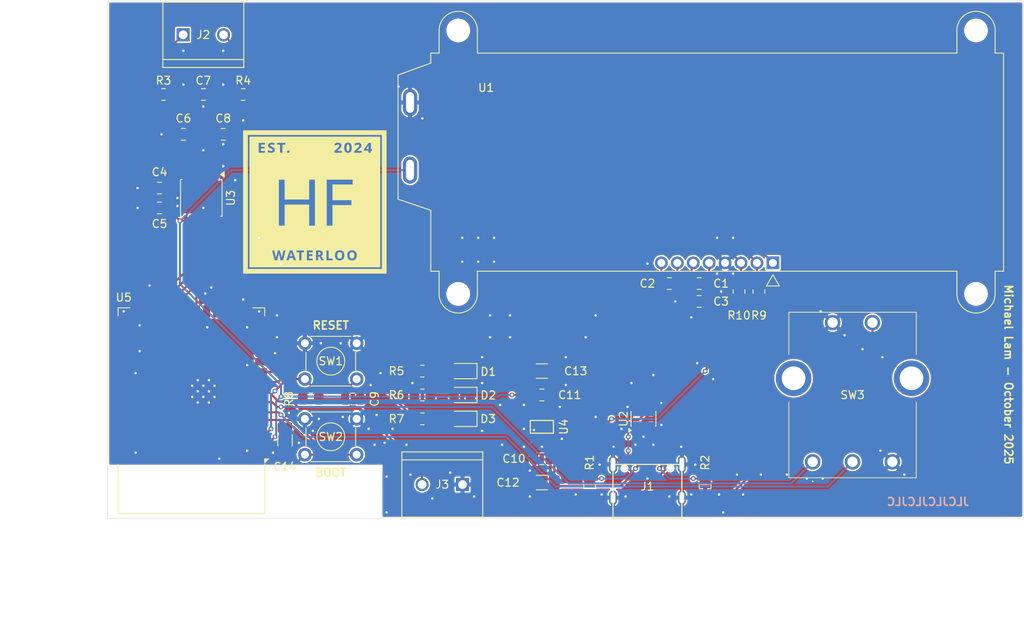
<source format=kicad_pcb>
(kicad_pcb (version 20241229) (generator "pcbnew") (generator_version "9.0")
  (title_block (title "Tube Furnace PCB") (date "2025-10-16") (rev "v3") (company "Waterloo Hacker Fab"))
  (layers (0 "F.Cu" signal) (2 "B.Cu" signal) (13 "F.Paste" user) (15 "B.Paste" user) (5 "F.SilkS" user "F.Silkscreen") (7 "B.SilkS" user "B.Silkscreen") (1 "F.Mask" user) (3 "B.Mask" user) (25 "Edge.Cuts" user))
  (net 0 "")
  (net 1 "GND")
  (net 2 "+3.3V")
  (net 3 "+5V")
  (net 4 "/SSR_PWM")
  (net 5 "Net-(D3-A)")
  (net 6 "Net-(D2-A)")
  (net 7 "Net-(D1-A)")
  (net 8 "Net-(U1-VOUT)")
  (net 9 "Net-(U1-C1+)")
  (net 10 "Net-(U1-C1-)")
  (net 11 "/SCL")
  (net 12 "/SDA")
  (net 13 "/ENC_B")
  (net 14 "/ENC_A")
  (net 15 "/ENC_SW")
  (net 16 "/MAX_SDO")
  (net 17 "/MAX_SCK")
  (net 18 "/MAX_DRDY")
  (net 19 "Net-(U3-T+)")
  (net 20 "/MAX_SDI")
  (net 21 "/MAX_CS")
  (net 22 "/MAX_FAULT")
  (net 23 "/DISPLAY_RST")
  (net 24 "/LED_1")
  (net 25 "/LED_2")
  (net 26 "/LED_3")
  (net 27 "Net-(U3-T-)")
  (net 28 "Net-(U5-EN)")
  (net 29 "Net-(J2-Pin_2)")
  (net 30 "/USB_D+")
  (net 31 "Net-(J2-Pin_1)")
  (net 32 "/USB_D-")
  (net 35 "Net-(J1-CC2)")
  (net 36 "Net-(J1-CC1)")
  (net 37 "Net-(U5-IO0)")
  (net 56 "/UP_D+")
  (net 57 "/UP_D-")
  (footprint "Capacitor_SMD:C_0805_2012Metric" (layer "F.Cu") (at 96.7 85.85)
    (property "Reference" "C8")
    (property "Value" "10nF")
  )
  (footprint "Resistor_SMD:R_0805_2012Metric_Pad1.20x1.40mm_HandSolder" (layer "F.Cu") (at 121.7 115.6)
    (property "Reference" "R5")
    (property "Value" "220")
  )
  (footprint "Capacitor_SMD:C_1206_3216Metric_Pad1.33x1.80mm_HandSolder" (layer "F.Cu") (at 136.7 129.6 180)
    (property "Reference" "C12")
    (property "Value" "10uF")
  )
  (footprint "Button_Switch_THT:SW_TH_Tactile_Omron_B3F-102x" (layer "F.Cu") (at 106.95 121.6)
    (property "Reference" "SW2")
    (property "Value" "BOOT")
  )
  (footprint "!footprints:HF_logo" (layer "F.Cu") (at 108.2 94.35)
    (property "Reference" "G***" (hide yes))
    (property "Value" "LOGO" (hide yes))
  )
  (footprint "!footprints:TE_282837-2" (layer "F.Cu") (at 94.2 73.35)
    (property "Reference" "J2")
    (property "Value" "Screw_Terminal_01x02")
  )
  (footprint "Capacitor_SMD:C_0805_2012Metric" (layer "F.Cu") (at 112.95 119.1 180)
    (property "Reference" "C9")
    (property "Value" "1uF")
  )
  (footprint "Capacitor_SMD:C_0805_2012Metric" (layer "F.Cu") (at 88.7 95.1 180)
    (property "Reference" "C5")
    (property "Value" "100nF")
  )
  (footprint "Resistor_SMD:R_0805_2012Metric_Pad1.20x1.40mm_HandSolder" (layer "F.Cu") (at 89.2 80.85)
    (property "Reference" "R3")
    (property "Value" "100")
  )
  (footprint "Capacitor_SMD:C_0805_2012Metric" (layer "F.Cu") (at 88.7 92.6)
    (property "Reference" "C4")
    (property "Value" "100nF")
  )
  (footprint "RF_Module:ESP32-S3-WROOM-1" (layer "F.Cu") (at 92.7 120.6 180)
    (property "Reference" "U5")
    (property "Value" "ESP32-S3-WROOM-1")
  )
  (footprint "!footprints:TE_282837-2" (layer "F.Cu") (at 124.2 129.85 180)
    (property "Reference" "J3")
    (property "Value" "Screw_Terminal_01x02")
  )
  (footprint "!footprints:UJ20-C-H-G-SMT-1-P16-TR" (layer "F.Cu") (at 149.95 134.1)
    (property "Reference" "J1")
    (property "Value" "~")
    (fp_circle (center -2.89 -6.28) (end -2.565 -6.28) (stroke (width 0.05)) (fill no) (layer "Edge.Cuts"))
    (fp_circle (center 2.89 -6.28) (end 3.215 -6.28) (stroke (width 0.05)) (fill no) (layer "Edge.Cuts"))
  )
  (footprint "Resistor_SMD:R_0805_2012Metric_Pad1.20x1.40mm_HandSolder" (layer "F.Cu") (at 107.7 119.1)
    (property "Reference" "R8")
    (property "Value" "5.1k")
  )
  (footprint "Capacitor_SMD:C_0805_2012Metric" (layer "F.Cu") (at 91.7 85.85)
    (property "Reference" "C6")
    (property "Value" "10nF")
  )
  (footprint "Resistor_SMD:R_0805_2012Metric_Pad1.20x1.40mm_HandSolder" (layer "F.Cu") (at 142.7 130.1 -90)
    (property "Reference" "R1")
    (property "Value" "5.1k")
  )
  (footprint "Resistor_SMD:R_0805_2012Metric_Pad1.20x1.40mm_HandSolder" (layer "F.Cu") (at 157.2 130.1 -90)
    (property "Reference" "R2")
    (property "Value" "5.1k")
  )
  (footprint "Capacitor_SMD:C_0805_2012Metric" (layer "F.Cu") (at 156.45 104.6 180)
    (property "Reference" "C1")
    (property "Value" "1uF")
  )
  (footprint "Capacitor_SMD:C_0805_2012Metric" (layer "F.Cu") (at 156.45 106.85 180)
    (property "Reference" "C3")
    (property "Value" "1uF")
  )
  (footprint "Resistor_SMD:R_0805_2012Metric_Pad1.20x1.40mm_HandSolder" (layer "F.Cu") (at 121.7 118.6)
    (property "Reference" "R6")
    (property "Value" "220" (hide yes))
  )
  (footprint "Capacitor_SMD:C_0805_2012Metric" (layer "F.Cu") (at 152.7 104.6 180)
    (property "Reference" "C2")
    (property "Value" "1uF")
  )
  (footprint "Resistor_SMD:R_0805_2012Metric_Pad1.20x1.40mm_HandSolder" (layer "F.Cu") (at 121.7 121.6)
    (property "Reference" "R7")
    (property "Value" "220" (hide yes))
  )
  (footprint "Diode_SMD:D_0805_2012Metric_Pad1.15x1.40mm_HandSolder" (layer "F.Cu") (at 126.7 115.6 180)
    (property "Reference" "D1")
    (property "Value" "LED")
  )
  (footprint "!footprints:PEC164120FS0012" (layer "F.Cu") (at 170.7 127)
    (property "Reference" "SW3")
    (property "Value" "RotaryEncoder_Switch" (hide yes))
  )
  (footprint "!footprints:SOT-23-5" (layer "F.Cu") (at 136.7 122.6 90)
    (property "Reference" "U4")
    (property "Value" "~")
  )
  (footprint "Button_Switch_THT:SW_TH_Tactile_Omron_B3F-102x" (layer "F.Cu") (at 106.95 112.1)
    (property "Reference" "SW1")
    (property "Value" "RESET")
  )
  (footprint "Resistor_SMD:R_0805_2012Metric_Pad1.20x1.40mm_HandSolder" (layer "F.Cu") (at 163.95 105.6 90)
    (property "Reference" "R9")
    (property "Value" "5.1k" (hide yes))
  )
  (footprint "Resistor_SMD:R_0805_2012Metric_Pad1.20x1.40mm_HandSolder" (layer "F.Cu") (at 161.45 105.6 90)
    (property "Reference" "R10")
    (property "Value" "5.1k" (hide yes))
  )
  (footprint "Diode_SMD:D_0805_2012Metric_Pad1.15x1.40mm_HandSolder" (layer "F.Cu") (at 126.7 121.6 180)
    (property "Reference" "D3")
    (property "Value" "LED")
  )
  (footprint "Capacitor_SMD:C_1206_3216Metric_Pad1.33x1.80mm_HandSolder" (layer "F.Cu") (at 104.45 124.2875 -90)
    (property "Reference" "C14")
    (property "Value" "10uF")
  )
  (footprint "Capacitor_SMD:C_0805_2012Metric" (layer "F.Cu") (at 136.7 126.6 180)
    (property "Reference" "C10")
    (property "Value" "1uF")
  )
  (footprint "Display:NHD-C0220BiZ" (layer "F.Cu") (at 158.7 86.1)
    (property "Reference" "U1")
    (property "Value" "NHD-C0220BIZ")
  )
  (footprint "Package_TO_SOT_SMD:SOT-23-6" (layer "F.Cu") (at 149.45 121.6 90)
    (property "Reference" "U2")
    (property "Value" "USBLC6-2SC6")
  )
  (footprint "Diode_SMD:D_0805_2012Metric_Pad1.15x1.40mm_HandSolder" (layer "F.Cu") (at 126.7 118.6 180)
    (property "Reference" "D2")
    (property "Value" "LED")
  )
  (footprint "Capacitor_SMD:C_0805_2012Metric" (layer "F.Cu") (at 136.7 118.6)
    (property "Reference" "C11")
    (property "Value" "1uF")
  )
  (footprint "Resistor_SMD:R_0805_2012Metric_Pad1.20x1.40mm_HandSolder" (layer "F.Cu") (at 99.2 80.85 180)
    (property "Reference" "R4")
    (property "Value" "100")
  )
  (footprint "Capacitor_SMD:C_1206_3216Metric_Pad1.33x1.80mm_HandSolder" (layer "F.Cu") (at 136.7 115.6)
    (property "Reference" "C13")
    (property "Value" "10uF")
  )
  (footprint "Capacitor_SMD:C_0805_2012Metric" (layer "F.Cu") (at 94.2 80.85)
    (property "Reference" "C7")
    (property "Value" "100nF")
  )
  (footprint "Package_SO:TSSOP-14_4.4x5mm_P0.65mm" (layer "F.Cu") (at 93.95 93.85 -90)
    (property "Reference" "U3")
    (property "Value" "MAX31856")
  )
  (gr_rect (start 82.2 69.1) (end 197.2 134.1) (stroke (width 0.05)) (fill no) (layer "Edge.Cuts"))
  (gr_text "Michael Lam - October 2025\n" (at 194.7 104.6 270) (layer "F.SilkS") (effects (font (size 1 1) (thickness 0.2) (bold yes)) (justify left bottom)))
  (gr_text "JLCJLCJLCJLC" (at 190.45 132.6 0) (layer "B.SilkS") (effects (font (size 1 1) (thickness 0.2) (bold yes)) (justify left bottom mirror)))
  (via (at 134.45 125.1) (size 0.6) (drill 0.3) (layers "F.Cu" "B.Cu") (net 1))
  (via (at 117.2 133.35) (size 0.6) (drill 0.3) (layers "F.Cu" "B.Cu") (net 1))
  (via (at 144.2 131.1) (size 0.6) (drill 0.3) (layers "F.Cu" "B.Cu") (net 1))
  (via (at 85.95 95.1) (size 0.6) (drill 0.3) (layers "F.Cu" "B.Cu") (net 1))
  (via (at 159.45 133.35) (size 0.6) (drill 0.3) (layers "F.Cu" "B.Cu") (net 1))
  (via (at 155.95 127.35) (size 0.6) (drill 0.3) (layers "F.Cu" "B.Cu") (net 1))
  (via (at 182.2 128.6) (size 0.6) (drill 0.3) (layers "F.Cu" "B.Cu") (net 1))
  (via (at 90.95 93.85) (size 0.6) (drill 0.3) (layers "F.Cu" "B.Cu") (net 1))
  (via (at 96.2 126.6) (size 0.6) (drill 0.3) (layers "F.Cu" "B.Cu") (net 1))
  (via (at 128.7 101.85) (size 0.6) (drill 0.3) (layers "F.Cu" "B.Cu") (net 1))
  (via (at 159.2 105.6) (size 0.6) (drill 0.3) (layers "F.Cu" "B.Cu") (net 1))
  (via (at 118.7 79.85) (size 0.6) (drill 0.3) (layers "F.Cu" "B.Cu") (net 1))
  (via (at 151.7 119.6) (size 0.6) (drill 0.3) (layers "F.Cu" "B.Cu") (net 1))
  (via (at 179.45 113.85) (size 0.6) (drill 0.3) (layers "F.Cu" "B.Cu") (net 1))
  (via (at 94.2 82.35) (size 0.6) (drill 0.3) (layers "F.Cu" "B.Cu") (net 1))
  (via (at 155.45 131.1) (size 0.6) (drill 0.3) (layers "F.Cu" "B.Cu") (net 1))
  (via (at 119.7 124.85) (size 0.6) (drill 0.3) (layers "F.Cu" "B.Cu") (net 1))
  (via (at 160.7 98.85) (size 0.6) (drill 0.3) (layers "F.Cu" "B.Cu") (net 1))
  (via (at 117.2 128.85) (size 0.6) (drill 0.3) (layers "F.Cu" "B.Cu") (net 1))
  (via (at 90.95 94.85) (size 0.6) (drill 0.3) (layers "F.Cu" "B.Cu") (net 1))
  (via (at 143.95 127.35) (size 0.6) (drill 0.3) (layers "F.Cu" "B.Cu") (net 1))
  (via (at 129.2 117.1) (size 0.6) (drill 0.3) (layers "F.Cu" "B.Cu") (net 1))
  (via (at 158.2 116.6) (size 0.6) (drill 0.3) (layers "F.Cu" "B.Cu") (net 1))
  (via (at 95.2 105.1) (size 0.6) (drill 0.3) (layers "F.Cu" "B.Cu") (net 1))
  (via (at 87.45 104.85) (size 0.6) (drill 0.3) (layers "F.Cu" "B.Cu") (net 1))
  (via (at 128.7 98.85) (size 0.6) (drill 0.3) (layers "F.Cu" "B.Cu") (net 1))
  (via (at 148.45 124.85) (size 0.6) (drill 0.3) (layers "F.Cu" "B.Cu") (net 1))
  (via (at 102.95 125.85) (size 0.6) (drill 0.3) (layers "F.Cu" "B.Cu") (net 1))
  (via (at 103.2 113.35) (size 0.6) (drill 0.3) (layers "F.Cu" "B.Cu") (net 1))
  (via (at 85.95 92.6) (size 0.6) (drill 0.3) (layers "F.Cu" "B.Cu") (net 1))
  (via (at 99.2 106.6) (size 0.6) (drill 0.3) (layers "F.Cu" "B.Cu") (net 1))
  (via (at 164.2 128.6) (size 0.6) (drill 0.3) (layers "F.Cu" "B.Cu") (net 1))
  (via (at 96.7 75.35) (size 0.6) (drill 0.3) (layers "F.Cu" "B.Cu") (net 1))
  (via (at 151.7 122.35) (size 0.6) (drill 0.3) (layers "F.Cu" "B.Cu") (net 1))
  (via (at 140.95 131.1) (size 0.6) (drill 0.3) (layers "F.Cu" "B.Cu") (net 1))
  (via (at 106.2 124.6) (size 0.6) (drill 0.3) (layers "F.Cu" "B.Cu") (net 1))
  (via (at 116.45 115.85) (size 0.6) (drill 0.3) (layers "F.Cu" "B.Cu") (net 1))
  (via (at 143.45 108.6) (size 0.6) (drill 0.3) (layers "F.Cu" "B.Cu") (net 1))
  (via (at 128.2 131.35) (size 0.6) (drill 0.3) (layers "F.Cu" "B.Cu") (net 1))
  (via (at 84.2 108.1) (size 0.6) (drill 0.3) (layers "F.Cu" "B.Cu") (net 1))
  (via (at 103.45 108.6) (size 0.6) (drill 0.3) (layers "F.Cu" "B.Cu") (net 1))
  (via (at 107.95 123.1) (size 0.6) (drill 0.3) (layers "F.Cu" "B.Cu") (net 1))
  (via (at 103.45 111.35) (size 0.6) (drill 0.3) (layers "F.Cu" "B.Cu") (net 1))
  (via (at 149.45 123.85) (size 0.6) (drill 0.3) (layers "F.Cu" "B.Cu") (net 1))
  (via (at 108.95 112.1) (size 0.6) (drill 0.3) (layers "F.Cu" "B.Cu") (net 1))
  (via (at 155.45 108.85) (size 0.6) (drill 0.3) (layers "F.Cu" "B.Cu") (net 1))
  (via (at 101.2 98.85) (size 0.6) (drill 0.3) (layers "F.Cu" "B.Cu") (net 1))
  (via (at 122.95 131.6) (size 0.6) (drill 0.3) (layers "F.Cu" "B.Cu") (net 1))
  (via (at 111.7 121.35) (size 0.6) (drill 0.3) (layers "F.Cu" "B.Cu") (net 1))
  (via (at 138.95 120.1) (size 0.6) (drill 0.3) (layers "F.Cu" "B.Cu") (net 1))
  (via (at 85.7 115.85) (size 0.6) (drill 0.3) (layers "F.Cu" "B.Cu") (net 1))
  (via (at 96.7 87.1) (size 0.6) (drill 0.3) (layers "F.Cu" "B.Cu") (net 1))
  (via (at 99.7 114.85) (size 0.6) (drill 0.3) (layers "F.Cu" "B.Cu") (net 1))
  (via (at 156.2 114.6) (size 0.6) (drill 0.3) (layers "F.Cu" "B.Cu") (net 1))
  (via (at 94.2 95.1) (size 0.6) (drill 0.3) (layers "F.Cu" "B.Cu") (net 1))
  (via (at 174.7 111.1) (size 0.6) (drill 0.3) (layers "F.Cu" "B.Cu") (net 1))
  (via (at 147.2 131.35) (size 0.6) (drill 0.3) (layers "F.Cu" "B.Cu") (net 1))
  (via (at 103.95 102.1) (size 0.6) (drill 0.3) (layers "F.Cu" "B.Cu") (net 1))
  (via (at 121.7 83.85) (size 0.6) (drill 0.3) (layers "F.Cu" "B.Cu") (net 1))
  (via (at 153.45 106.85) (size 0.6) (drill 0.3) (layers "F.Cu" "B.Cu") (net 1))
  (via (at 98.2 91.6) (size 0.6) (drill 0.3) (layers "F.Cu" "B.Cu") (net 1))
  (via (at 147.95 117.1) (size 0.6) (drill 0.3) (layers "F.Cu" "B.Cu") (net 1))
  (via (at 131.45 119.85) (size 0.6) (drill 0.3) (layers "F.Cu" "B.Cu") (net 1))
  (via (at 91.7 79.6) (size 0.6) (drill 0.3) (layers "F.Cu" "B.Cu") (net 1))
  (via (at 135.2 128.1) (size 0.6) (drill 0.3) (layers "F.Cu" "B.Cu") (net 1))
  (via (at 86.2 109.85) (size 0.6) (drill 0.3) (layers "F.Cu" "B.Cu") (net 1))
  (via (at 149.95 102.1) (size 0.6) (drill 0.3) (layers "F.Cu" "B.Cu") (net 1))
  (via (at 130.7 101.85) (size 0.6) (drill 0.3) (layers "F.Cu" "B.Cu") (net 1))
  (via (at 136.7 125.1) (size 0.6) (drill 0.3) (layers "F.Cu" "B.Cu") (net 1))
  (via (at 120.45 117.1) (size 0.6) (drill 0.3) (layers "F.Cu" "B.Cu") (net 1))
  (via (at 85.7 125.85) (size 0.6) (drill 0.3) (layers "F.Cu" "B.Cu") (net 1))
  (via (at 171.7 108.1) (size 0.6) (drill 0.3) (layers "F.Cu" "B.Cu") (net 1))
  (via (at 99.7 110.1) (size 0.6) (drill 0.3) (layers "F.Cu" "B.Cu") (net 1))
  (via (at 158.7 98.85) (size 0.6) (drill 0.3) (layers "F.Cu" "B.Cu") (net 1))
  (via (at 116.95 124.6) (size 0.6) (drill 0.3) (layers "F.Cu" "B.Cu") (net 1))
  (via (at 108.7 121.6) (size 0.6) (drill 0.3) (layers "F.Cu" "B.Cu") (net 1))
  (via (at 115.2 117.35) (size 0.6) (drill 0.3) (layers "F.Cu" "B.Cu") (net 1))
  (via (at 160.7 103.35) (size 0.6) (drill 0.3) (layers "F.Cu" "B.Cu") (net 1))
  (via (at 171.95 129.1) (size 0.6) (drill 0.3) (layers "F.Cu" "B.Cu") (net 1))
  (via (at 150.7 124.85) (size 0.6) (drill 0.3) (layers "F.Cu" "B.Cu") (net 1))
  (via (at 137.45 128.1) (size 0.6) (drill 0.3) (layers "F.Cu" "B.Cu") (net 1))
  (via (at 158.95 131.1) (size 0.6) (drill 0.3) (layers "F.Cu" "B.Cu") (net 1))
  (via (at 115.95 121.1) (size 0.6) (drill 0.3) (layers "F.Cu" "B.Cu") (net 1))
  (via (at 117.95 122.85) (size 0.6) (drill 0.3) (layers "F.Cu" "B.Cu") (net 1))
  (via (at 145.7 125.1) (size 0.6) (drill 0.3) (layers "F.Cu" "B.Cu") (net 1))
  (via (at 139.7 113.85) (size 0.6) (drill 0.3) (layers "F.Cu" "B.Cu") (net 1))
  (via (at 126.7 98.85) (size 0.6) (drill 0.3) (layers "F.Cu" "B.Cu") (net 1))
  (via (at 130.2 111.35) (size 0.6) (drill 0.3) (layers "F.Cu" "B.Cu") (net 1))
  (via (at 114.95 122.85) (size 0.6) (drill 0.3) (layers "F.Cu" "B.Cu") (net 1))
  (via (at 130.2 108.6) (size 0.6) (drill 0.3) (layers "F.Cu" "B.Cu") (net 1))
  (via (at 167.45 128.6) (size 0.6) (drill 0.3) (layers "F.Cu" "B.Cu") (net 1))
  (via (at 94.45 105.85) (size 0.6) (drill 0.3) (layers "F.Cu" "B.Cu") (net 1))
  (via (at 158.7 103.35) (size 0.6) (drill 0.3) (layers "F.Cu" "B.Cu") (net 1))
  (via (at 169.95 129.1) (size 0.6) (drill 0.3) (layers "F.Cu" "B.Cu") (net 1))
  (via (at 179.2 125.6) (size 0.6) (drill 0.3) (layers "F.Cu" "B.Cu") (net 1))
  (via (at 135.2 131.35) (size 0.6) (drill 0.3) (layers "F.Cu" "B.Cu") (net 1))
  (via (at 132.7 108.6) (size 0.6) (drill 0.3) (layers "F.Cu" "B.Cu") (net 1))
  (via (at 86.2 113.1) (size 0.6) (drill 0.3) (layers "F.Cu" "B.Cu") (net 1))
  (via (at 120.2 128.6) (size 0.6) (drill 0.3) (layers "F.Cu" "B.Cu") (net 1))
  (via (at 115.7 124.85) (size 0.6) (drill 0.3) (layers "F.Cu" "B.Cu") (net 1))
  (via (at 176.95 112.85) (size 0.6) (drill 0.3) (layers "F.Cu" "B.Cu") (net 1))
  (via (at 146.7 122.85) (size 0.6) (drill 0.3) (layers "F.Cu" "B.Cu") (net 1))
  (via (at 134.45 119.85) (size 0.6) (drill 0.3) (layers "F.Cu" "B.Cu") (net 1))
  (via (at 147.45 120.1) (size 0.6) (drill 0.3) (layers "F.Cu" "B.Cu") (net 1))
  (via (at 149.95 129.1) (size 0.6) (drill 0.3) (layers "F.Cu" "B.Cu") (net 1))
  (via (at 139.2 124.1) (size 0.6) (drill 0.3) (layers "F.Cu" "B.Cu") (net 1))
  (via (at 130.7 98.85) (size 0.6) (drill 0.3) (layers "F.Cu" "B.Cu") (net 1))
  (via (at 161.95 131.1) (size 0.6) (drill 0.3) (layers "F.Cu" "B.Cu") (net 1))
  (via (at 143.45 121.35) (size 0.6) (drill 0.3) (layers "F.Cu" "B.Cu") (net 1))
  (via (at 125.2 128.35) (size 0.6) (drill 0.3) (layers "F.Cu" "B.Cu") (net 1))
  (via (at 150.7 116.1) (size 0.6) (drill 0.3) (layers "F.Cu" "B.Cu") (net 1))
  (via (at 94.2 87.85) (size 0.6) (drill 0.3) (layers "F.Cu" "B.Cu") (net 1))
  (via (at 161.2 128.6) (size 0.6) (drill 0.3) (layers "F.Cu" "B.Cu") (net 1))
  (via (at 96.7 89.85) (size 0.6) (drill 0.3) (layers "F.Cu" "B.Cu") (net 1))
  (via (at 129.2 123.1) (size 0.6) (drill 0.3) (layers "F.Cu" "B.Cu") (net 1))
  (via (at 94.7 110.1) (size 0.6) (drill 0.3) (layers "F.Cu" "B.Cu") (net 1))
  (via (at 152.7 131.35) (size 0.6) (drill 0.3) (layers "F.Cu" "B.Cu") (net 1))
  (via (at 99.7 125.6) (size 0.6) (drill 0.3) (layers "F.Cu" "B.Cu") (net 1))
  (via (at 101.2 108.1) (size 0.6) (drill 0.3) (layers "F.Cu" "B.Cu") (net 1))
  (via (at 134.45 122.85) (size 0.6) (drill 0.3) (layers "F.Cu" "B.Cu") (net 1))
  (via (at 91.7 75.35) (size 0.6) (drill 0.3) (layers "F.Cu" "B.Cu") (net 1))
  (via (at 111.45 112.1) (size 0.6) (drill 0.3) (layers "F.Cu" "B.Cu") (net 1))
  (via (at 154.2 125.1) (size 0.6) (drill 0.3) (layers "F.Cu" "B.Cu") (net 1))
  (via (at 131.7 124.85) (size 0.6) (drill 0.3) (layers "F.Cu" "B.Cu") (net 1))
  (via (at 129.2 113.85) (size 0.6) (drill 0.3) (layers "F.Cu" "B.Cu") (net 1))
  (via (at 88.95 85.85) (size 0.6) (drill 0.3) (layers "F.Cu" "B.Cu") (net 1))
  (via (at 126.7 101.85) (size 0.6) (drill 0.3) (layers "F.Cu" "B.Cu") (net 1))
  (via (at 132.7 111.35) (size 0.6) (drill 0.3) (layers "F.Cu" "B.Cu") (net 1))
  (via (at 142.2 111.35) (size 0.6) (drill 0.3) (layers "F.Cu" "B.Cu") (net 1))
  (via (at 96.7 79.6) (size 0.6) (drill 0.3) (layers "F.Cu" "B.Cu") (net 1))
  (via (at 104.95 120.85) (size 0.6) (drill 0.3) (layers "F.Cu" "B.Cu") (net 1))
  (via (at 99.2 84.1) (size 0.6) (drill 0.3) (layers "F.Cu" "B.Cu") (net 1))
  (via (at 139.7 117.35) (size 0.6) (drill 0.3) (layers "F.Cu" "B.Cu") (net 1))
  (segment (start 135.75 121.3) (end 136.626 122.176) (width 0.25) (layer "F.Cu") (net 2))
  (segment (start 101.45 124.59) (end 102.46 124.59) (width 0.25) (layer "F.Cu") (net 2))
  (segment (start 106.396493 118.796493) (end 106.7 119.1) (width 0.25) (layer "F.Cu") (net 2))
  (segment (start 104.45 123.35) (end 103.95 123.85) (width 0.25) (layer "F.Cu") (net 2))
  (segment (start 144.874 122.176) (end 145.45 121.6) (width 0.25) (layer "F.Cu") (net 2))
  (segment (start 93.3 91.75) (end 92.45 92.6) (width 0.25) (layer "F.Cu") (net 2))
  (segment (start 103.95 118.796493) (end 106.396493 118.796493) (width 0.25) (layer "F.Cu") (net 2))
  (segment (start 157.4 115.4) (end 157.2 115.6) (width 0.25) (layer "F.Cu") (net 2))
  (segment (start 89.65 95.1) (end 91.2625 96.7125) (width 0.25) (layer "F.Cu") (net 2))
  (segment (start 135.1375 117.9875) (end 135.75 118.6) (width 0.25) (layer "F.Cu") (net 2))
  (segment (start 163.95 106.6) (end 161.45 106.6) (width 0.25) (layer "F.Cu") (net 2))
  (segment (start 157.7 102) (end 157.7 104.3) (width 0.25) (layer "F.Cu") (net 2))
  (segment (start 93.3 90.9875) (end 93.3 91.75) (width 0.25) (layer "F.Cu") (net 2))
  (segment (start 89.65 95.1) (end 89.65 92.6) (width 0.25) (layer "F.Cu") (net 2))
  (segment (start 103.95 123.85) (end 103.2 123.85) (width 0.25) (layer "F.Cu") (net 2))
  (segment (start 132.95 118.6) (end 135.75 118.6) (width 0.25) (layer "F.Cu") (net 2))
  (segment (start 104.45 122.725) (end 104.45 123.35) (width 0.25) (layer "F.Cu") (net 2))
  (segment (start 157.4 106.85) (end 157.4 104.6) (width 0.25) (layer "F.Cu") (net 2))
  (segment (start 136.626 122.176) (end 144.874 122.176) (width 0.25) (layer "F.Cu") (net 2))
  (segment (start 135.75 121.3) (end 135.75 118.6) (width 0.25) (layer "F.Cu") (net 2))
  (segment (start 91.2625 96.7125) (end 92 96.7125) (width 0.25) (layer "F.Cu") (net 2))
  (segment (start 157.4 106.85) (end 161.2 106.85) (width 0.25) (layer "F.Cu") (net 2))
  (segment (start 102.46 124.59) (end 103.2 123.85) (width 0.25) (layer "F.Cu") (net 2))
  (segment (start 161.2 106.85) (end 161.45 106.6) (width 0.25) (layer "F.Cu") (net 2))
  (segment (start 135.1375 115.6) (end 135.1375 117.9875) (width 0.25) (layer "F.Cu") (net 2))
  (segment (start 157.7 104.3) (end 157.4 104.6) (width 0.25) (layer "F.Cu") (net 2))
  (segment (start 157.4 106.85) (end 157.4 115.4) (width 0.25) (layer "F.Cu") (net 2))
  (segment (start 92.45 92.6) (end 89.65 92.6) (width 0.25) (layer "F.Cu") (net 2))
  (via (at 103.95 118.796493) (size 0.6) (drill 0.3) (layers "F.Cu" "B.Cu") (net 2))
  (via (at 145.45 121.6) (size 0.6) (drill 0.3) (layers "F.Cu" "B.Cu") (net 2))
  (via (at 157.2 115.6) (size 0.6) (drill 0.3) (layers "F.Cu" "B.Cu") (net 2))
  (via (at 132.95 118.6) (size 0.6) (drill 0.3) (layers "F.Cu" "B.Cu") (net 2))
  (via (at 91.2625 96.7125) (size 0.6) (drill 0.3) (layers "F.Cu" "B.Cu") (net 2))
  (via (at 103.2 123.85) (size 0.6) (drill 0.3) (layers "F.Cu" "B.Cu") (net 2))
  (segment (start 91.3375 96.7125) (end 97.7 90.35) (width 0.25) (layer "B.Cu") (net 2))
  (segment (start 145.45 121.6) (end 151.2 121.6) (width 0.25) (layer "B.Cu") (net 2))
  (segment (start 91.2625 104.6625) (end 91.2625 96.7125) (width 0.25) (layer "B.Cu") (net 2))
  (segment (start 103.2 123.85) (end 103.344 123.706) (width 0.25) (layer "B.Cu") (net 2))
  (segment (start 97.7 90.35) (end 120.15 90.35) (width 0.25) (layer "B.Cu") (net 2))
  (segment (start 103.344 119.402493) (end 103.95 118.796493) (width 0.25) (layer "B.Cu") (net 2))
  (segment (start 103.95 118.796493) (end 131.253507 118.796493) (width 0.25) (layer "B.Cu") (net 2))
  (segment (start 131.45 118.6) (end 132.95 118.6) (width 0.25) (layer "B.Cu") (net 2))
  (segment (start 103.95 118.796493) (end 103.95 117.35) (width 0.25) (layer "B.Cu") (net 2))
  (segment (start 103.95 117.35) (end 91.2625 104.6625) (width 0.25) (layer "B.Cu") (net 2))
  (segment (start 131.253507 118.796493) (end 131.45 118.6) (width 0.25) (layer "B.Cu") (net 2))
  (segment (start 103.344 123.706) (end 103.344 119.402493) (width 0.25) (layer "B.Cu") (net 2))
  (segment (start 91.2625 96.7125) (end 91.3375 96.7125) (width 0.25) (layer "B.Cu") (net 2))
  (segment (start 151.2 121.6) (end 157.2 115.6) (width 0.25) (layer "B.Cu") (net 2))
  (segment (start 148.148678 121.749) (end 147.55 122.347678) (width 0.25) (layer "F.Cu") (net 3))
  (segment (start 148.825999 121.749) (end 148.148678 121.749) (width 0.25) (layer "F.Cu") (net 3))
  (segment (start 151.723014 128.456) (end 152.189 127.990014) (width 0.25) (layer "F.Cu") (net 3))
  (segment (start 147.55 122.347678) (end 147.55 123.85) (width 0.25) (layer "F.Cu") (net 3))
  (segment (start 135.75 123.498) (end 135.75 123.9) (width 0.25) (layer "F.Cu") (net 3))
  (segment (start 138.2625 127.2125) (end 137.65 126.6) (width 0.25) (layer "F.Cu") (net 3))
  (segment (start 137.65 126.6) (end 137.65 123.9) (width 0.25) (layer "F.Cu") (net 3))
  (segment (start 147.55 125.6) (end 147.55 126.75) (width 0.25) (layer "F.Cu") (net 3))
  (segment (start 138.2625 129.6) (end 138.2625 127.2125) (width 0.25) (layer "F.Cu") (net 3))
  (segment (start 152.189 126.911) (end 152.35 126.75) (width 0.25) (layer "F.Cu") (net 3))
  (segment (start 148.198986 128.456) (end 151.723014 128.456) (width 0.25) (layer "F.Cu") (net 3))
  (segment (start 138.2625 129.6) (end 138.6885 130.026) (width 0.25) (layer "F.Cu") (net 3))
  (segment (start 146.628986 130.026) (end 148.198986 128.456) (width 0.25) (layer "F.Cu") (net 3))
  (segment (start 149.45 121.124999) (end 148.825999 121.749) (width 0.25) (layer "F.Cu") (net 3))
  (segment (start 138.6885 130.026) (end 146.628986 130.026) (width 0.25) (layer "F.Cu") (net 3))
  (segment (start 147.711 126.911) (end 147.711 127.968014) (width 0.25) (layer "F.Cu") (net 3))
  (segment (start 137.084806 123.024) (end 136.224 123.024) (width 0.25) (layer "F.Cu") (net 3))
  (segment (start 137.65 123.9) (end 137.65 123.589194) (width 0.25) (layer "F.Cu") (net 3))
  (segment (start 137.65 123.589194) (end 137.084806 123.024) (width 0.25) (layer "F.Cu") (net 3))
  (segment (start 152.189 127.990014) (end 152.189 126.911) (width 0.25) (layer "F.Cu") (net 3))
  (segment (start 147.711 127.968014) (end 148.198986 128.456) (width 0.25) (layer "F.Cu") (net 3))
  (segment (start 147.55 126.75) (end 147.711 126.911) (width 0.25) (layer "F.Cu") (net 3))
  (segment (start 149.45 120.4625) (end 149.45 121.124999) (width 0.25) (layer "F.Cu") (net 3))
  (segment (start 136.224 123.024) (end 135.75 123.498) (width 0.25) (layer "F.Cu") (net 3))
  (via (at 147.55 123.85) (size 0.6) (drill 0.3) (layers "F.Cu" "B.Cu") (net 3))
  (via (at 147.55 125.6) (size 0.6) (drill 0.3) (layers "F.Cu" "B.Cu") (net 3))
  (segment (start 147.55 123.85) (end 147.55 125.6) (width 0.25) (layer "B.Cu") (net 3))
  (segment (start 113.95 120.35) (end 121.66 128.06) (width 0.25) (layer "F.Cu") (net 4))
  (segment (start 101.45 118.24) (end 102.45 118.24) (width 0.25) (layer "F.Cu") (net 4))
  (segment (start 121.66 128.06) (end 121.66 129.85) (width 0.25) (layer "F.Cu") (net 4))
  (segment (start 102.45 118.24) (end 103.612493 119.402493) (width 0.25) (layer "F.Cu") (net 4))
  (segment (start 103.612493 119.402493) (end 105.380979 119.402493) (width 0.25) (layer "F.Cu") (net 4))
  (segment (start 105.380979 119.402493) (end 106.328486 120.35) (width 0.25) (layer "F.Cu") (net 4))
  (segment (start 106.328486 120.35) (end 113.95 120.35) (width 0.25) (layer "F.Cu") (net 4))
  (segment (start 122.7 121.6) (end 125.675 121.6) (width 0.25) (layer "F.Cu") (net 5))
  (segment (start 122.7 118.6) (end 125.675 118.6) (width 0.25) (layer "F.Cu") (net 6))
  (segment (start 122.7 115.6) (end 125.675 115.6) (width 0.25) (layer "F.Cu") (net 7))
  (segment (start 155.5 102.2) (end 155.7 102) (width 0.25) (layer "F.Cu") (net 8))
  (segment (start 155.5 104.6) (end 155.5 102.2) (width 0.25) (layer "F.Cu") (net 8))
  (segment (start 155.6 102.1) (end 155.5 102) (width 0.2) (layer "F.Cu") (net 8))
  (segment (start 153.7 104.55) (end 153.65 104.6) (width 0.25) (layer "F.Cu") (net 9))
  (segment (start 153.7 102) (end 153.7 104.55) (width 0.25) (layer "F.Cu") (net 9))
  (segment (start 151.7 102) (end 151.7 104.55) (width 0.25) (layer "F.Cu") (net 10))
  (segment (start 151.6 102.1) (end 151.5 102) (width 0.2) (layer "F.Cu") (net 10))
  (segment (start 151.7 104.55) (end 151.75 104.6) (width 0.25) (layer "F.Cu") (net 10))
  (segment (start 102.625 100.35) (end 162.05 100.35) (width 0.25) (layer "F.Cu") (net 11))
  (segment (start 162.05 100.35) (end 163.7 102) (width 0.25) (layer "F.Cu") (net 11))
  (segment (start 163.7 102) (end 163.7 104.35) (width 0.25) (layer "F.Cu") (net 11))
  (segment (start 163.7 104.35) (end 163.95 104.6) (width 0.25) (layer "F.Cu") (net 11))
  (segment (start 95.875 108.1) (end 95.875 107.1) (width 0.25) (layer "F.Cu") (net 11))
  (segment (start 95.875 107.1) (end 102.625 100.35) (width 0.25) (layer "F.Cu") (net 11))
  (segment (start 103.371 100.874) (end 160.574 100.874) (width 0.25) (layer "F.Cu") (net 12))
  (segment (start 161.2 102.5) (end 161.7 102) (width 0.25) (layer "F.Cu") (net 12))
  (segment (start 160.574 100.874) (end 161.7 102) (width 0.25) (layer "F.Cu") (net 12))
  (segment (start 97.145 108.1) (end 97.145 107.1) (width 0.25) (layer "F.Cu") (net 12))
  (segment (start 161.7 104.35) (end 161.45 104.6) (width 0.25) (layer "F.Cu") (net 12))
  (segment (start 161.7 102) (end 161.7 104.35) (width 0.25) (layer "F.Cu") (net 12))
  (segment (start 97.145 107.1) (end 103.371 100.874) (width 0.25) (layer "F.Cu") (net 12))
  (segment (start 103.63 120.78) (end 103.95 121.1) (width 0.25) (layer "F.Cu") (net 13))
  (segment (start 101.45 120.78) (end 103.63 120.78) (width 0.25) (layer "F.Cu") (net 13))
  (via (at 103.95 121.1) (size 0.6) (drill 0.3) (layers "F.Cu" "B.Cu") (net 13))
  (segment (start 138.45 130.1) (end 172.6 130.1) (width 0.25) (layer "B.Cu") (net 13))
  (segment (start 132.2 123.85) (end 138.45 130.1) (width 0.25) (layer "B.Cu") (net 13))
  (segment (start 103.95 121.1) (end 106.7 123.85) (width 0.25) (layer "B.Cu") (net 13))
  (segment (start 172.6 130.1) (end 175.7 127) (width 0.25) (layer "B.Cu") (net 13))
  (segment (start 106.7 123.85) (end 132.2 123.85) (width 0.25) (layer "B.Cu") (net 13))
  (segment (start 102.86 119.51) (end 101.45 119.51) (width 0.25) (layer "F.Cu") (net 14))
  (segment (start 103.45 120.1) (end 102.86 119.51) (width 0.25) (layer "F.Cu") (net 14))
  (segment (start 103.95 120.1) (end 103.45 120.1) (width 0.25) (layer "F.Cu") (net 14))
  (via (at 103.95 120.1) (size 0.6) (drill 0.3) (layers "F.Cu" "B.Cu") (net 14))
  (segment (start 130.45 120.1) (end 140.056 129.706) (width 0.25) (layer "B.Cu") (net 14))
  (segment (start 140.056 129.706) (end 167.994 129.706) (width 0.25) (layer "B.Cu") (net 14))
  (segment (start 167.994 129.706) (end 170.7 127) (width 0.25) (layer "B.Cu") (net 14))
  (segment (start 103.95 120.1) (end 130.45 120.1) (width 0.25) (layer "B.Cu") (net 14))
  (segment (start 114.60624 124.924) (end 108.533014 124.924) (width 0.25) (layer "F.Cu") (net 15))
  (segment (start 105.345514 121.7365) (end 101.7635 121.7365) (width 0.25) (layer "F.Cu") (net 15))
  (segment (start 178.2 109.5) (end 178.2 113.35) (width 0.25) (layer "F.Cu") (net 15))
  (segment (start 178.2 113.35) (end 158.824 132.726) (width 0.25) (layer "F.Cu") (net 15))
  (segment (start 101.7635 121.7365) (end 101.45 122.05) (width 0.25) (layer "F.Cu") (net 15))
  (segment (start 158.824 132.726) (end 122.40824 132.726) (width 0.25) (layer "F.Cu") (net 15))
  (segment (start 108.533014 124.924) (end 105.345514 121.7365) (width 0.25) (layer "F.Cu") (net 15))
  (segment (start 122.40824 132.726) (end 114.60624 124.924) (width 0.25) (layer "F.Cu") (net 15))
  (segment (start 90.795 106.255) (end 90.795 108.1) (width 0.25) (layer "F.Cu") (net 16))
  (segment (start 93.95 96.7125) (end 93.95 103.1) (width 0.25) (layer "F.Cu") (net 16))
  (segment (start 93.95 103.1) (end 90.795 106.255) (width 0.25) (layer "F.Cu") (net 16))
  (segment (start 93.3 96.7125) (end 93.3 102.75) (width 0.25) (layer "F.Cu") (net 17))
  (segment (start 93.3 102.75) (end 89.525 106.525) (width 0.25) (layer "F.Cu") (net 17))
  (segment (start 89.525 106.525) (end 89.525 108.1) (width 0.25) (layer "F.Cu") (net 17))
  (segment (start 88.7 105.385) (end 86.985 107.1) (width 0.25) (layer "F.Cu") (net 18))
  (segment (start 89.715986 90.9875) (end 88.7 92.003486) (width 0.25) (layer "F.Cu") (net 18))
  (segment (start 88.7 92.003486) (end 88.7 105.385) (width 0.25) (layer "F.Cu") (net 18))
  (segment (start 86.985 107.1) (end 86.985 108.1) (width 0.25) (layer "F.Cu") (net 18))
  (segment (start 92 90.9875) (end 89.715986 90.9875) (width 0.25) (layer "F.Cu") (net 18))
  (segment (start 93.95 89.1) (end 92.65 87.8) (width 0.25) (layer "F.Cu") (net 19))
  (segment (start 93.25 80.85) (end 93.25 82.8) (width 0.25) (layer "F.Cu") (net 19))
  (segment (start 93.25 82.8) (end 92.65 83.4) (width 0.25) (layer "F.Cu") (net 19))
  (segment (start 92.65 83.4) (end 92.65 85.85) (width 0.25) (layer "F.Cu") (net 19))
  (segment (start 90.2 80.85) (end 93.25 80.85) (width 0.25) (layer "F.Cu") (net 19))
  (segment (start 92.65 87.8) (end 92.65 85.85) (width 0.25) (layer "F.Cu") (net 19))
  (segment (start 93.95 90.9875) (end 93.95 89.1) (width 0.25) (layer "F.Cu") (net 19))
  (segment (start 94.6 103.45) (end 92.065 105.985) (width 0.25) (layer "F.Cu") (net 20))
  (segment (start 94.6 96.7125) (end 94.6 103.45) (width 0.25) (layer "F.Cu") (net 20))
  (segment (start 92.065 105.985) (end 92.065 108.1) (width 0.25) (layer "F.Cu") (net 20))
  (segment (start 88.255 106.795) (end 88.255 108.1) (width 0.25) (layer "F.Cu") (net 21))
  (segment (start 92.65 96.7125) (end 92.65 102.4) (width 0.25) (layer "F.Cu") (net 21))
  (segment (start 92.65 102.4) (end 88.255 106.795) (width 0.25) (layer "F.Cu") (net 21))
  (segment (start 93.335 105.715) (end 93.335 108.1) (width 0.25) (layer "F.Cu") (net 22))
  (segment (start 95.25 103.8) (end 93.335 105.715) (width 0.25) (layer "F.Cu") (net 22))
  (segment (start 95.25 96.7125) (end 95.25 103.8) (width 0.25) (layer "F.Cu") (net 22))
  (segment (start 94.605 107.1) (end 101.855 99.85) (width 0.25) (layer "F.Cu") (net 23))
  (segment (start 163.55 99.85) (end 165.7 102) (width 0.25) (layer "F.Cu") (net 23))
  (segment (start 94.605 108.1) (end 94.605 107.1) (width 0.25) (layer "F.Cu") (net 23))
  (segment (start 101.855 99.85) (end 163.55 99.85) (width 0.25) (layer "F.Cu") (net 23))
  (segment (start 119.45 114.35) (end 120.7 115.6) (width 0.25) (layer "F.Cu") (net 24))
  (segment (start 101.45 114.43) (end 101.53 114.35) (width 0.25) (layer "F.Cu") (net 24))
  (segment (start 101.53 114.35) (end 119.45 114.35) (width 0.25) (layer "F.Cu") (net 24))
  (segment (start 116.95 114.85) (end 120.7 118.6) (width 0.25) (layer "F.Cu") (net 25))
  (segment (start 104.95 114.85) (end 116.95 114.85) (width 0.25) (layer "F.Cu") (net 25))
  (segment (start 104.1 115.7) (end 104.95 114.85) (width 0.25) (layer "F.Cu") (net 25))
  (segment (start 101.45 115.7) (end 104.1 115.7) (width 0.25) (layer "F.Cu") (net 25))
  (segment (start 101.45 116.97) (end 103.58 116.97) (width 0.25) (layer "F.Cu") (net 26))
  (segment (start 105.2 115.35) (end 114.45 115.35) (width 0.25) (layer "F.Cu") (net 26))
  (segment (start 114.45 115.35) (end 120.7 121.6) (width 0.25) (layer "F.Cu") (net 26))
  (segment (start 103.58 116.97) (end 105.2 115.35) (width 0.25) (layer "F.Cu") (net 26))
  (segment (start 95.75 83.4) (end 95.75 85.85) (width 0.25) (layer "F.Cu") (net 27))
  (segment (start 94.6 88.95) (end 94.6 90.9875) (width 0.25) (layer "F.Cu") (net 27))
  (segment (start 98.2 80.85) (end 95.15 80.85) (width 0.25) (layer "F.Cu") (net 27))
  (segment (start 95.15 80.85) (end 95.15 82.8) (width 0.25) (layer "F.Cu") (net 27))
  (segment (start 95.75 87.8) (end 94.6 88.95) (width 0.25) (layer "F.Cu") (net 27))
  (segment (start 95.75 85.85) (end 95.75 87.8) (width 0.25) (layer "F.Cu") (net 27))
  (segment (start 95.15 82.8) (end 95.75 83.4) (width 0.25) (layer "F.Cu") (net 27))
  (segment (start 113.45 116.6) (end 112 118.05) (width 0.25) (layer "F.Cu") (net 28))
  (segment (start 103.2 118.1) (end 104.7 116.6) (width 0.25) (layer "F.Cu") (net 28))
  (segment (start 102.7 122.85) (end 102.23 123.32) (width 0.25) (layer "F.Cu") (net 28))
  (segment (start 112 118.05) (end 112 119.1) (width 0.25) (layer "F.Cu") (net 28))
  (segment (start 102.23 123.32) (end 101.45 123.32) (width 0.25) (layer "F.Cu") (net 28))
  (segment (start 108.7 118.35) (end 108.7 119.1) (width 0.25) (layer "F.Cu") (net 28))
  (segment (start 104.7 116.6) (end 106.95 116.6) (width 0.25) (layer "F.Cu") (net 28))
  (segment (start 112 119.1) (end 108.7 119.1) (width 0.25) (layer "F.Cu") (net 28))
  (segment (start 106.95 116.6) (end 108.7 118.35) (width 0.25) (layer "F.Cu") (net 28))
  (via (at 102.7 122.85) (size 0.6) (drill 0.3) (layers "F.Cu" "B.Cu") (net 28))
  (via (at 103.2 118.1) (size 0.6) (drill 0.3) (layers "F.Cu" "B.Cu") (net 28))
  (segment (start 103.2 118.1) (end 102.7 118.6) (width 0.25) (layer "B.Cu") (net 28))
  (segment (start 102.7 118.6) (end 102.7 122.85) (width 0.25) (layer "B.Cu") (net 28))
  (segment (start 100.2 84.85) (end 95.25 89.8) (width 0.25) (layer "F.Cu") (net 29))
  (segment (start 96.74 73.35) (end 100.2 76.81) (width 0.25) (layer "F.Cu") (net 29))
  (segment (start 95.25 89.8) (end 95.25 90.9875) (width 0.25) (layer "F.Cu") (net 29))
  (segment (start 100.2 76.81) (end 100.2 80.85) (width 0.25) (layer "F.Cu") (net 29))
  (segment (start 100.2 80.85) (end 100.2 84.85) (width 0.25) (layer "F.Cu") (net 29))
  (segment (start 103.022501 109.7975) (end 102.575001 109.35) (width 0.25) (layer "F.Cu") (net 30))
  (segment (start 102.575001 109.35) (end 101.45 109.35) (width 0.25) (layer "F.Cu") (net 30))
  (segment (start 150.4 119.468749) (end 149.6375 118.706249) (width 0.25) (layer "F.Cu") (net 30))
  (segment (start 142.912666 109.7975) (end 103.022501 109.7975) (width 0.25) (layer "F.Cu") (net 30))
  (segment (start 150.4 120.4625) (end 150.4 119.468749) (width 0.25) (layer "F.Cu") (net 30))
  (segment (start 149.6375 116.522334) (end 142.912666 109.7975) (width 0.25) (layer "F.Cu") (net 30))
  (segment (start 149.6375 118.706249) (end 149.6375 116.522334) (width 0.25) (layer "F.Cu") (net 30))
  (segment (start 88.2 80.85) (end 88.2 76.81) (width 0.25) (layer "F.Cu") (net 31))
  (segment (start 88.2 76.81) (end 91.66 73.35) (width 0.25) (layer "F.Cu") (net 31))
  (segment (start 132.055224 110.1725) (end 132.175224 110.1725) (width 0.25) (layer "F.Cu") (net 32))
  (segment (start 142.757334 110.1725) (end 149.2625 116.677666) (width 0.25) (layer "F.Cu") (net 32))
  (segment (start 103.022501 110.1725) (end 130.975224 110.1725) (width 0.25) (layer "F.Cu") (net 32))
  (segment (start 101.45 110.62) (end 102.575001 110.62) (width 0.25) (layer "F.Cu") (net 32))
  (segment (start 149.2625 118.706249) (end 148.5 119.468749) (width 0.25) (layer "F.Cu") (net 32))
  (segment (start 132.305567 110.1725) (end 142.757334 110.1725) (width 0.25) (layer "F.Cu") (net 32))
  (segment (start 148.5 119.468749) (end 148.5 120.4625) (width 0.25) (layer "F.Cu") (net 32))
  (segment (start 132.175224 110.1725) (end 132.305567 110.1725) (width 0.25) (layer "F.Cu") (net 32))
  (segment (start 149.2625 116.677666) (end 149.2625 118.706249) (width 0.25) (layer "F.Cu") (net 32))
  (segment (start 102.575001 110.62) (end 103.022501 110.1725) (width 0.25) (layer "F.Cu") (net 32))
  (segment (start 131.455224 110.689215) (end 131.575224 110.689215) (width 0.25) (layer "F.Cu") (net 32))
  (segment (start 131.215224 110.4125) (end 131.215224 110.449215) (width 0.25) (layer "F.Cu") (net 32))
  (segment (start 131.815224 110.449215) (end 131.815224 110.4125) (width 0.25) (layer "F.Cu") (net 32))
  (arc (start 131.815224 110.4125) (mid 131.885518 110.242794) (end 132.055224 110.1725) (width 0.25) (layer "F.Cu") (net 32))
  (arc (start 130.975224 110.1725) (mid 131.14493 110.242794) (end 131.215224 110.4125) (width 0.25) (layer "F.Cu") (net 32))
  (arc (start 131.575224 110.689215) (mid 131.74493 110.618921) (end 131.815224 110.449215) (width 0.25) (layer "F.Cu") (net 32))
  (arc (start 131.215224 110.449215) (mid 131.285518 110.618921) (end 131.455224 110.689215) (width 0.25) (layer "F.Cu") (net 32))
  (segment (start 151.7 127.622) (end 151.472 127.85) (width 0.25) (layer "F.Cu") (net 35))
  (segment (start 151.7 126.75) (end 151.7 127.622) (width 0.25) (layer "F.Cu") (net 35))
  (segment (start 155.7 129.1) (end 156.95 129.1) (width 0.25) (layer "F.Cu") (net 35))
  (via (at 151.472 127.85) (size 0.6) (drill 0.3) (layers "F.Cu" "B.Cu") (net 35))
  (via (at 155.7 129.1) (size 0.6) (drill 0.3) (layers "F.Cu" "B.Cu") (net 35))
  (segment (start 151.472 127.85) (end 152.722 129.1) (width 0.25) (layer "B.Cu") (net 35))
  (segment (start 152.722 129.1) (end 155.7 129.1) (width 0.25) (layer "B.Cu") (net 35))
  (segment (start 148.7 127.6) (end 148.7 126.75) (width 0.25) (layer "F.Cu") (net 36))
  (segment (start 148.45 127.85) (end 148.7 127.6) (width 0.25) (layer "F.Cu") (net 36))
  (segment (start 144.2 129.1) (end 142.45 129.1) (width 0.25) (layer "F.Cu") (net 36))
  (via (at 144.2 129.1) (size 0.6) (drill 0.3) (layers "F.Cu" "B.Cu") (net 36))
  (via (at 148.45 127.85) (size 0.6) (drill 0.3) (layers "F.Cu" "B.Cu") (net 36))
  (segment (start 148.45 127.85) (end 147.2 129.1) (width 0.25) (layer "B.Cu") (net 36))
  (segment (start 147.2 129.1) (end 144.2 129.1) (width 0.25) (layer "B.Cu") (net 36))
  (segment (start 98.458 126.95) (end 85.2 113.692) (width 0.25) (layer "F.Cu") (net 37))
  (segment (start 85.2 110.1) (end 84.45 109.35) (width 0.25) (layer "F.Cu") (net 37))
  (segment (start 85.2 113.692) (end 85.2 110.1) (width 0.25) (layer "F.Cu") (net 37))
  (segment (start 106.95 126.1) (end 113.45 126.1) (width 0.25) (layer "F.Cu") (net 37))
  (segment (start 106.95 126.1) (end 106.1 126.95) (width 0.25) (layer "F.Cu") (net 37))
  (segment (start 84.45 109.35) (end 83.95 109.35) (width 0.25) (layer "F.Cu") (net 37))
  (segment (start 106.1 126.95) (end 98.458 126.95) (width 0.25) (layer "F.Cu") (net 37))
  (segment (start 150.4 122.7375) (end 150.4 123.8375) (width 0.25) (layer "F.Cu") (net 56))
  (segment (start 149.6375 125.832499) (end 149.7 125.894999) (width 0.25) (layer "F.Cu") (net 56))
  (segment (start 149.7 126.75) (end 149.7 125.878) (width 0.25) (layer "F.Cu") (net 56))
  (segment (start 149.7 125.878) (end 149.978 125.6) (width 0.25) (layer "F.Cu") (net 56))
  (segment (start 149.978 125.6) (end 150.422 125.6) (width 0.25) (layer "F.Cu") (net 56))
  (segment (start 150.4 123.8375) (end 149.6375 124.6) (width 0.25) (layer "F.Cu") (net 56))
  (segment (start 150.422 125.6) (end 150.7 125.878) (width 0.25) (layer "F.Cu") (net 56))
  (segment (start 149.7 125.894999) (end 149.7 126.75) (width 0.25) (layer "F.Cu") (net 56))
  (segment (start 150.7 125.878) (end 150.7 126.75) (width 0.25) (layer "F.Cu") (net 56))
  (segment (start 149.6375 124.6) (end 149.6375 125.832499) (width 0.25) (layer "F.Cu") (net 56))
  (segment (start 148.5 123.8375) (end 149.2625 124.6) (width 0.25) (layer "F.Cu") (net 57))
  (segment (start 149.2 127.622) (end 149.428 127.85) (width 0.25) (layer "F.Cu") (net 57))
  (segment (start 149.972 127.85) (end 150.2 127.622) (width 0.25) (layer "F.Cu") (net 57))
  (segment (start 149.428 127.85) (end 149.972 127.85) (width 0.25) (layer "F.Cu") (net 57))
  (segment (start 149.2 126.75) (end 149.2 127.622) (width 0.25) (layer "F.Cu") (net 57))
  (segment (start 148.5 122.7375) (end 148.5 123.8375) (width 0.25) (layer "F.Cu") (net 57))
  (segment (start 149.2 125.894999) (end 149.2 126.75) (width 0.25) (layer "F.Cu") (net 57))
  (segment (start 149.2625 125.832499) (end 149.2 125.894999) (width 0.25) (layer "F.Cu") (net 57))
  (segment (start 149.2625 124.6) (end 149.2625 125.832499) (width 0.25) (layer "F.Cu") (net 57))
  (segment (start 150.2 127.622) (end 150.2 126.75) (width 0.25) (layer "F.Cu") (net 57))
  (zone (net 1) (net_name "GND") (layer "F.Cu") (connect_pads (clearance 0.2)) (min_thickness 0.2) (fill yes (thermal_gap 0.2) (thermal_bridge_width 0.5))
    (polygon (pts (xy 197.2 134.1) (xy 197.2 69.1) (xy 82.2 69.1) (xy 82.2 134.1)))
  )
  (zone (net 1) (net_name "GND") (layer "B.Cu") (priority 1) (connect_pads (clearance 0.2)) (min_thickness 0.2) (fill yes (thermal_gap 0.2) (thermal_bridge_width 0.5))
    (polygon (pts (xy 197.2 134.1) (xy 197.2 69.1) (xy 82.2 69.1) (xy 82.2 134.1)))
  )
)
</source>
